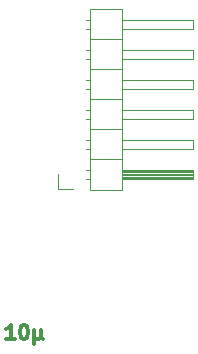
<source format=gbo>
%TF.GenerationSoftware,KiCad,Pcbnew,7.0.2-0*%
%TF.CreationDate,2023-05-22T09:33:56+09:00*%
%TF.ProjectId,SBC6808_Rev5,53424336-3830-4385-9f52-6576352e6b69,Rev5*%
%TF.SameCoordinates,PX3e22018PY9119050*%
%TF.FileFunction,Legend,Bot*%
%TF.FilePolarity,Positive*%
%FSLAX46Y46*%
G04 Gerber Fmt 4.6, Leading zero omitted, Abs format (unit mm)*
G04 Created by KiCad (PCBNEW 7.0.2-0) date 2023-05-22 09:33:56*
%MOMM*%
%LPD*%
G01*
G04 APERTURE LIST*
%ADD10C,0.300000*%
%ADD11C,0.120000*%
G04 APERTURE END LIST*
D10*
X96321285Y11322858D02*
X95635571Y11322858D01*
X95978428Y11322858D02*
X95978428Y12522858D01*
X95978428Y12522858D02*
X95864142Y12351429D01*
X95864142Y12351429D02*
X95749857Y12237143D01*
X95749857Y12237143D02*
X95635571Y12180000D01*
X97064142Y12522858D02*
X97178428Y12522858D01*
X97178428Y12522858D02*
X97292714Y12465715D01*
X97292714Y12465715D02*
X97349857Y12408572D01*
X97349857Y12408572D02*
X97406999Y12294286D01*
X97406999Y12294286D02*
X97464142Y12065715D01*
X97464142Y12065715D02*
X97464142Y11780000D01*
X97464142Y11780000D02*
X97406999Y11551429D01*
X97406999Y11551429D02*
X97349857Y11437143D01*
X97349857Y11437143D02*
X97292714Y11380000D01*
X97292714Y11380000D02*
X97178428Y11322858D01*
X97178428Y11322858D02*
X97064142Y11322858D01*
X97064142Y11322858D02*
X96949857Y11380000D01*
X96949857Y11380000D02*
X96892714Y11437143D01*
X96892714Y11437143D02*
X96835571Y11551429D01*
X96835571Y11551429D02*
X96778428Y11780000D01*
X96778428Y11780000D02*
X96778428Y12065715D01*
X96778428Y12065715D02*
X96835571Y12294286D01*
X96835571Y12294286D02*
X96892714Y12408572D01*
X96892714Y12408572D02*
X96949857Y12465715D01*
X96949857Y12465715D02*
X97064142Y12522858D01*
X97978428Y12122858D02*
X97978428Y10922858D01*
X98549856Y11494286D02*
X98606999Y11380000D01*
X98606999Y11380000D02*
X98721285Y11322858D01*
X97978428Y11494286D02*
X98035571Y11380000D01*
X98035571Y11380000D02*
X98149856Y11322858D01*
X98149856Y11322858D02*
X98378428Y11322858D01*
X98378428Y11322858D02*
X98492714Y11380000D01*
X98492714Y11380000D02*
X98549856Y11494286D01*
X98549856Y11494286D02*
X98549856Y12122858D01*
D11*
%TO.C,J2*%
X100025200Y25273000D02*
X100025200Y24003000D01*
X100025200Y24003000D02*
X101295200Y24003000D01*
X102338129Y38353000D02*
X102735200Y38353000D01*
X102338129Y37593000D02*
X102735200Y37593000D01*
X102338129Y35813000D02*
X102735200Y35813000D01*
X102338129Y35053000D02*
X102735200Y35053000D01*
X102338129Y33273000D02*
X102735200Y33273000D01*
X102338129Y32513000D02*
X102735200Y32513000D01*
X102338129Y30733000D02*
X102735200Y30733000D01*
X102338129Y29973000D02*
X102735200Y29973000D01*
X102338129Y28193000D02*
X102735200Y28193000D01*
X102338129Y27433000D02*
X102735200Y27433000D01*
X102405200Y25653000D02*
X102735200Y25653000D01*
X102405200Y24893000D02*
X102735200Y24893000D01*
X102735200Y39303000D02*
X105395200Y39303000D01*
X102735200Y36703000D02*
X105395200Y36703000D01*
X102735200Y34163000D02*
X105395200Y34163000D01*
X102735200Y31623000D02*
X105395200Y31623000D01*
X102735200Y29083000D02*
X105395200Y29083000D01*
X102735200Y26543000D02*
X105395200Y26543000D01*
X102735200Y23943000D02*
X102735200Y39303000D01*
X105395200Y39303000D02*
X105395200Y23943000D01*
X105395200Y37593000D02*
X111395200Y37593000D01*
X105395200Y35053000D02*
X111395200Y35053000D01*
X105395200Y32513000D02*
X111395200Y32513000D01*
X105395200Y29973000D02*
X111395200Y29973000D01*
X105395200Y27433000D02*
X111395200Y27433000D01*
X105395200Y25553000D02*
X111395200Y25553000D01*
X105395200Y25433000D02*
X111395200Y25433000D01*
X105395200Y25313000D02*
X111395200Y25313000D01*
X105395200Y25193000D02*
X111395200Y25193000D01*
X105395200Y25073000D02*
X111395200Y25073000D01*
X105395200Y24953000D02*
X111395200Y24953000D01*
X105395200Y24893000D02*
X111395200Y24893000D01*
X105395200Y23943000D02*
X102735200Y23943000D01*
X111395200Y38353000D02*
X105395200Y38353000D01*
X111395200Y37593000D02*
X111395200Y38353000D01*
X111395200Y35813000D02*
X105395200Y35813000D01*
X111395200Y35053000D02*
X111395200Y35813000D01*
X111395200Y33273000D02*
X105395200Y33273000D01*
X111395200Y32513000D02*
X111395200Y33273000D01*
X111395200Y30733000D02*
X105395200Y30733000D01*
X111395200Y29973000D02*
X111395200Y30733000D01*
X111395200Y28193000D02*
X105395200Y28193000D01*
X111395200Y27433000D02*
X111395200Y28193000D01*
X111395200Y25653000D02*
X105395200Y25653000D01*
X111395200Y24893000D02*
X111395200Y25653000D01*
%TD*%
M02*

</source>
